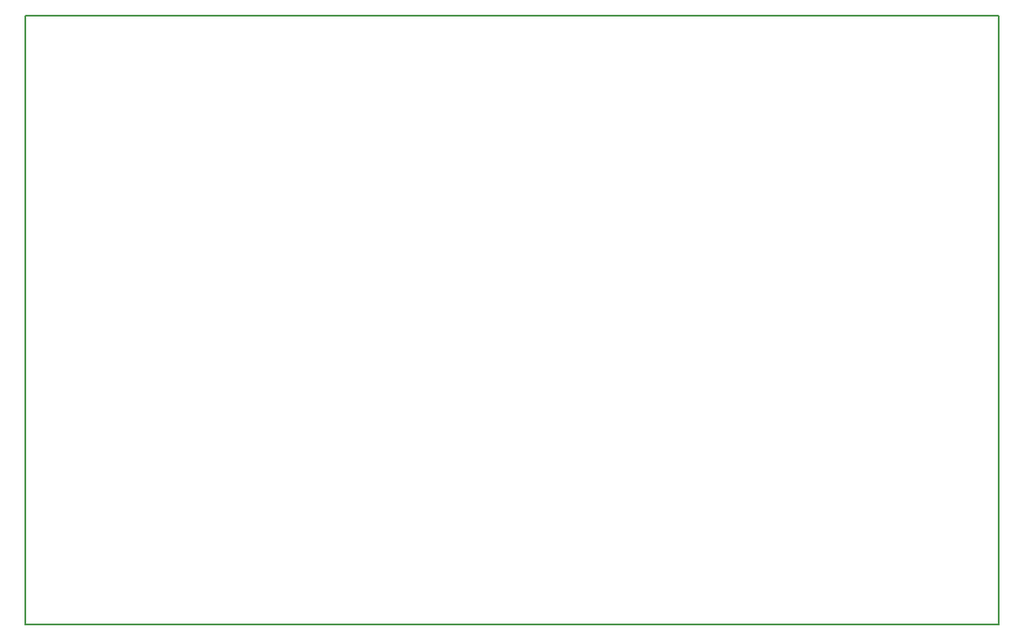
<source format=gbr>
%TF.GenerationSoftware,KiCad,Pcbnew,7.0.9*%
%TF.CreationDate,2024-01-09T22:49:01+01:00*%
%TF.ProjectId,Ax58100-stm32-ethercat,41783538-3130-4302-9d73-746d33322d65,rev?*%
%TF.SameCoordinates,Original*%
%TF.FileFunction,Profile,NP*%
%FSLAX46Y46*%
G04 Gerber Fmt 4.6, Leading zero omitted, Abs format (unit mm)*
G04 Created by KiCad (PCBNEW 7.0.9) date 2024-01-09 22:49:01*
%MOMM*%
%LPD*%
G01*
G04 APERTURE LIST*
%TA.AperFunction,Profile*%
%ADD10C,0.200000*%
%TD*%
G04 APERTURE END LIST*
D10*
X138938000Y-63754000D02*
X233426000Y-63754000D01*
X233426000Y-122936000D01*
X138938000Y-122936000D01*
X138938000Y-63754000D01*
M02*

</source>
